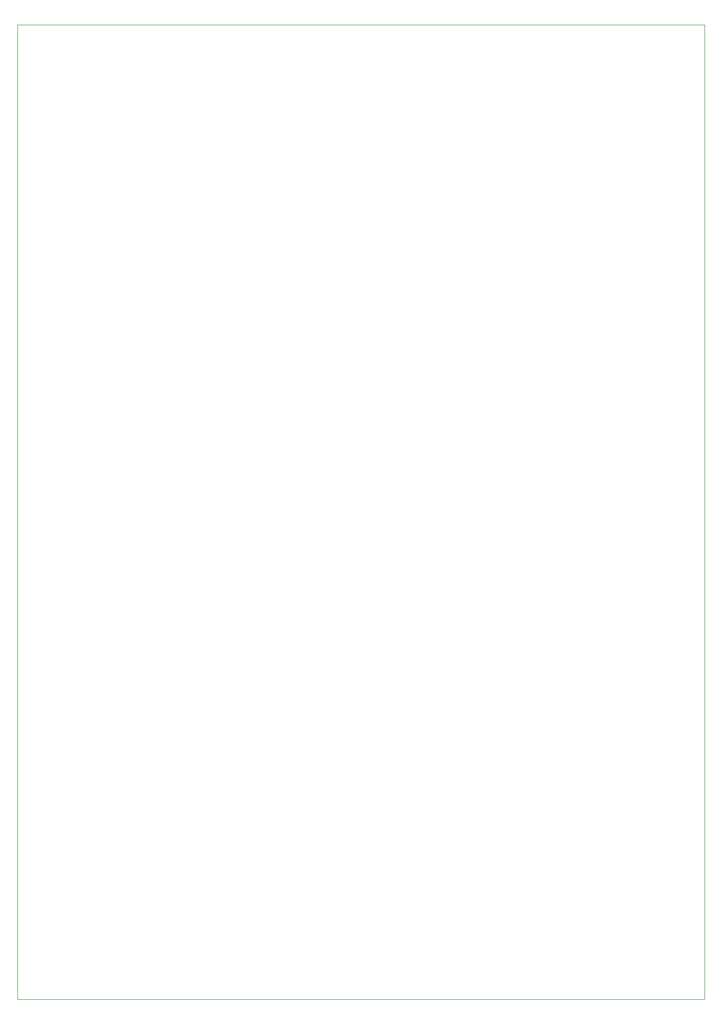
<source format=gbr>
%TF.GenerationSoftware,KiCad,Pcbnew,8.0.1*%
%TF.CreationDate,2024-04-24T21:21:33-04:00*%
%TF.ProjectId,emandoharp,656d616e-646f-4686-9172-702e6b696361,rev?*%
%TF.SameCoordinates,Original*%
%TF.FileFunction,Profile,NP*%
%FSLAX46Y46*%
G04 Gerber Fmt 4.6, Leading zero omitted, Abs format (unit mm)*
G04 Created by KiCad (PCBNEW 8.0.1) date 2024-04-24 21:21:33*
%MOMM*%
%LPD*%
G01*
G04 APERTURE LIST*
%TA.AperFunction,Profile*%
%ADD10C,0.050000*%
%TD*%
G04 APERTURE END LIST*
D10*
X26000000Y-19250000D02*
X146000000Y-19250000D01*
X146000000Y-189250000D01*
X26000000Y-189250000D01*
X26000000Y-19250000D01*
M02*

</source>
